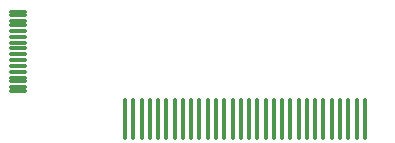
<source format=gtp>
G04*
G04 #@! TF.GenerationSoftware,Altium Limited,Altium Designer,21.6.1 (37)*
G04*
G04 Layer_Color=8421504*
%FSLAX25Y25*%
%MOIN*%
G70*
G04*
G04 #@! TF.SameCoordinates,AC7CD038-FE90-4222-8F95-758E89F8CD36*
G04*
G04*
G04 #@! TF.FilePolarity,Positive*
G04*
G01*
G75*
G04:AMPARAMS|DCode=12|XSize=15.75mil|YSize=137.8mil|CornerRadius=3.94mil|HoleSize=0mil|Usage=FLASHONLY|Rotation=0.000|XOffset=0mil|YOffset=0mil|HoleType=Round|Shape=RoundedRectangle|*
%AMROUNDEDRECTD12*
21,1,0.01575,0.12992,0,0,0.0*
21,1,0.00787,0.13780,0,0,0.0*
1,1,0.00787,0.00394,-0.06496*
1,1,0.00787,-0.00394,-0.06496*
1,1,0.00787,-0.00394,0.06496*
1,1,0.00787,0.00394,0.06496*
%
%ADD12ROUNDEDRECTD12*%
G04:AMPARAMS|DCode=13|XSize=59.06mil|YSize=11.81mil|CornerRadius=2.95mil|HoleSize=0mil|Usage=FLASHONLY|Rotation=0.000|XOffset=0mil|YOffset=0mil|HoleType=Round|Shape=RoundedRectangle|*
%AMROUNDEDRECTD13*
21,1,0.05906,0.00591,0,0,0.0*
21,1,0.05315,0.01181,0,0,0.0*
1,1,0.00591,0.02657,-0.00295*
1,1,0.00591,-0.02657,-0.00295*
1,1,0.00591,-0.02657,0.00295*
1,1,0.00591,0.02657,0.00295*
%
%ADD13ROUNDEDRECTD13*%
D12*
X63256Y29000D02*
D03*
X66012D02*
D03*
X71524D02*
D03*
X74279D02*
D03*
X79791D02*
D03*
X82547D02*
D03*
X88059D02*
D03*
X90815D02*
D03*
X96327D02*
D03*
X99083D02*
D03*
X101839D02*
D03*
X104595D02*
D03*
X110106D02*
D03*
X112862D02*
D03*
X118374D02*
D03*
X121130D02*
D03*
X126642D02*
D03*
X129398D02*
D03*
X134909D02*
D03*
X137665D02*
D03*
X60500D02*
D03*
X68768D02*
D03*
X77035D02*
D03*
X85303D02*
D03*
X93571D02*
D03*
X107350D02*
D03*
X115618D02*
D03*
X123886D02*
D03*
X132153D02*
D03*
X140421D02*
D03*
D13*
X24921Y64689D02*
D03*
Y63508D02*
D03*
Y61539D02*
D03*
Y60358D02*
D03*
Y58390D02*
D03*
Y56421D02*
D03*
Y54453D02*
D03*
Y52484D02*
D03*
Y50516D02*
D03*
Y48547D02*
D03*
Y46579D02*
D03*
Y44610D02*
D03*
Y42642D02*
D03*
Y41461D02*
D03*
Y39492D02*
D03*
Y38311D02*
D03*
M02*

</source>
